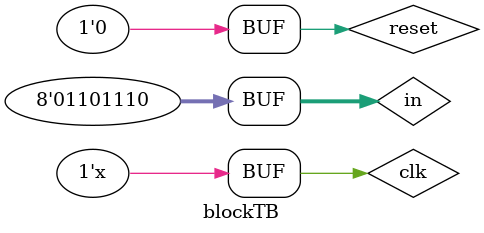
<source format=v>
`timescale 1ns / 1ps


module blockTB;

	// Inputs
	reg clk;
	reg reset;
	reg [7:0] in;

	// Outputs
	wire result;

	// Instantiate the Unit Under Test (UUT)
	BlockChecker uut (
		.clk(clk), 
		.reset(reset), 
		.in(in), 
		.result(result)
	);

	initial begin
		// Initialize Inputs
		clk = 0;
		reset = 1;
		in = 0;

		// Wait 5ns for global reset to finish
		#5 reset = 0;
		in = 97;
		#10 in = 32;
		#10 in = 66;
		#10 in = 69;
		#10 in = 103;
		#10 in = 73;
		#10 in = 110;
		#10 in = 32;
		#10 in = 69;
		#10 in = 110;
		#10 in = 100;
		#10 in = 99;
		#10 in = 32;
		#10 in = 101;
		#10 in = 110;
		#10 in = 100;
		#10 in = 32;
		#10 in = 101;
		#10 in = 110;
		#10 in = 100;
		#10 in = 32;
		#10 in = 98;
		#10 in = 69;
		#10 in = 71;
		#10 in = 105;
		#10 in = 110;
   end
		// Add stimulus here
		always #5 clk = ~clk;
      
endmodule


</source>
